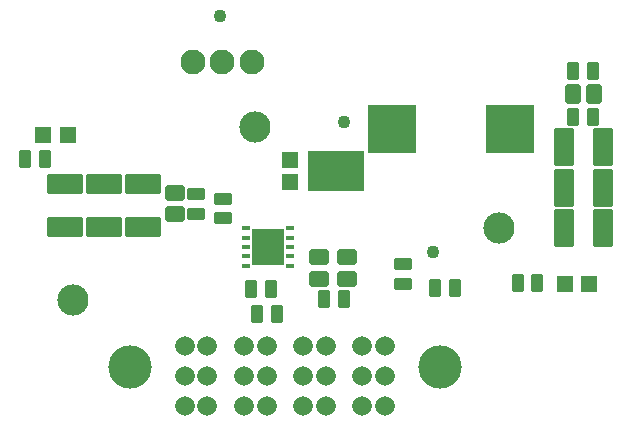
<source format=gts>
G04*
G04 #@! TF.GenerationSoftware,Altium Limited,Altium Designer,24.5.2 (23)*
G04*
G04 Layer_Color=8388736*
%FSLAX25Y25*%
%MOIN*%
G70*
G04*
G04 #@! TF.SameCoordinates,5CCFB9DE-5C0A-4CCD-A088-F0D1A9D58223*
G04*
G04*
G04 #@! TF.FilePolarity,Negative*
G04*
G01*
G75*
%ADD28R,0.05518X0.05518*%
%ADD29R,0.18510X0.13786*%
G04:AMPARAMS|DCode=30|XSize=59.12mil|YSize=39.43mil|CornerRadius=4.66mil|HoleSize=0mil|Usage=FLASHONLY|Rotation=90.000|XOffset=0mil|YOffset=0mil|HoleType=Round|Shape=RoundedRectangle|*
%AMROUNDEDRECTD30*
21,1,0.05912,0.03012,0,0,90.0*
21,1,0.04980,0.03943,0,0,90.0*
1,1,0.00932,0.01506,0.02490*
1,1,0.00932,0.01506,-0.02490*
1,1,0.00932,-0.01506,-0.02490*
1,1,0.00932,-0.01506,0.02490*
%
%ADD30ROUNDEDRECTD30*%
G04:AMPARAMS|DCode=31|XSize=55.18mil|YSize=55.18mil|CornerRadius=7.12mil|HoleSize=0mil|Usage=FLASHONLY|Rotation=180.000|XOffset=0mil|YOffset=0mil|HoleType=Round|Shape=RoundedRectangle|*
%AMROUNDEDRECTD31*
21,1,0.05518,0.04095,0,0,180.0*
21,1,0.04095,0.05518,0,0,180.0*
1,1,0.01424,-0.02047,0.02047*
1,1,0.01424,0.02047,0.02047*
1,1,0.01424,0.02047,-0.02047*
1,1,0.01424,-0.02047,-0.02047*
%
%ADD31ROUNDEDRECTD31*%
G04:AMPARAMS|DCode=32|XSize=66.99mil|YSize=128.02mil|CornerRadius=6.72mil|HoleSize=0mil|Usage=FLASHONLY|Rotation=180.000|XOffset=0mil|YOffset=0mil|HoleType=Round|Shape=RoundedRectangle|*
%AMROUNDEDRECTD32*
21,1,0.06699,0.11457,0,0,180.0*
21,1,0.05354,0.12802,0,0,180.0*
1,1,0.01345,-0.02677,0.05728*
1,1,0.01345,0.02677,0.05728*
1,1,0.01345,0.02677,-0.05728*
1,1,0.01345,-0.02677,-0.05728*
%
%ADD32ROUNDEDRECTD32*%
G04:AMPARAMS|DCode=33|XSize=53.21mil|YSize=66.99mil|CornerRadius=6.92mil|HoleSize=0mil|Usage=FLASHONLY|Rotation=270.000|XOffset=0mil|YOffset=0mil|HoleType=Round|Shape=RoundedRectangle|*
%AMROUNDEDRECTD33*
21,1,0.05321,0.05315,0,0,270.0*
21,1,0.03937,0.06699,0,0,270.0*
1,1,0.01384,-0.02657,-0.01968*
1,1,0.01384,-0.02657,0.01968*
1,1,0.01384,0.02657,0.01968*
1,1,0.01384,0.02657,-0.01968*
%
%ADD33ROUNDEDRECTD33*%
G04:AMPARAMS|DCode=34|XSize=66.99mil|YSize=122.11mil|CornerRadius=6.72mil|HoleSize=0mil|Usage=FLASHONLY|Rotation=270.000|XOffset=0mil|YOffset=0mil|HoleType=Round|Shape=RoundedRectangle|*
%AMROUNDEDRECTD34*
21,1,0.06699,0.10866,0,0,270.0*
21,1,0.05354,0.12211,0,0,270.0*
1,1,0.01345,-0.05433,-0.02677*
1,1,0.01345,-0.05433,0.02677*
1,1,0.01345,0.05433,0.02677*
1,1,0.01345,0.05433,-0.02677*
%
%ADD34ROUNDEDRECTD34*%
G04:AMPARAMS|DCode=35|XSize=59.12mil|YSize=39.43mil|CornerRadius=4.66mil|HoleSize=0mil|Usage=FLASHONLY|Rotation=0.000|XOffset=0mil|YOffset=0mil|HoleType=Round|Shape=RoundedRectangle|*
%AMROUNDEDRECTD35*
21,1,0.05912,0.03012,0,0,0.0*
21,1,0.04980,0.03943,0,0,0.0*
1,1,0.00932,0.02490,-0.01506*
1,1,0.00932,-0.02490,-0.01506*
1,1,0.00932,-0.02490,0.01506*
1,1,0.00932,0.02490,0.01506*
%
%ADD35ROUNDEDRECTD35*%
%ADD36R,0.16148X0.16148*%
%ADD37R,0.02762X0.01581*%
%ADD38R,0.10636X0.12211*%
%ADD39C,0.04337*%
G04:AMPARAMS|DCode=40|XSize=53.21mil|YSize=66.99mil|CornerRadius=6.92mil|HoleSize=0mil|Usage=FLASHONLY|Rotation=180.000|XOffset=0mil|YOffset=0mil|HoleType=Round|Shape=RoundedRectangle|*
%AMROUNDEDRECTD40*
21,1,0.05321,0.05315,0,0,180.0*
21,1,0.03937,0.06699,0,0,180.0*
1,1,0.01384,-0.01968,0.02657*
1,1,0.01384,0.01968,0.02657*
1,1,0.01384,0.01968,-0.02657*
1,1,0.01384,-0.01968,-0.02657*
%
%ADD40ROUNDEDRECTD40*%
%ADD41C,0.14416*%
%ADD42C,0.06542*%
%ADD43C,0.10400*%
%ADD44C,0.08274*%
%ADD45C,0.03200*%
D28*
X116426Y-128976D02*
D03*
Y-121653D02*
D03*
D29*
X131977Y-125315D02*
D03*
D30*
X198948Y-162800D02*
D03*
X192452D02*
D03*
X134411Y-168173D02*
D03*
X127915D02*
D03*
X28252Y-121400D02*
D03*
X34748D02*
D03*
X105652Y-173000D02*
D03*
X112148D02*
D03*
X165000Y-164300D02*
D03*
X171496D02*
D03*
X217448Y-107600D02*
D03*
X210952D02*
D03*
Y-92100D02*
D03*
X217448D02*
D03*
X103552Y-164800D02*
D03*
X110048D02*
D03*
D31*
X216334Y-163100D02*
D03*
X208066D02*
D03*
X42534Y-113500D02*
D03*
X34266D02*
D03*
D32*
X220798Y-144500D02*
D03*
X208002D02*
D03*
X220698Y-131000D02*
D03*
X207902D02*
D03*
X220698Y-117500D02*
D03*
X207902D02*
D03*
D33*
X126153Y-154263D02*
D03*
Y-161311D02*
D03*
X135553Y-154263D02*
D03*
Y-161311D02*
D03*
X78100Y-139724D02*
D03*
Y-132676D02*
D03*
D34*
X41600Y-143987D02*
D03*
Y-129813D02*
D03*
X67600Y-143987D02*
D03*
Y-129813D02*
D03*
X54600Y-143987D02*
D03*
Y-129813D02*
D03*
D35*
X85100Y-133152D02*
D03*
Y-139648D02*
D03*
X94328Y-141189D02*
D03*
Y-134693D02*
D03*
X154200Y-163096D02*
D03*
Y-156600D02*
D03*
D36*
X150430Y-111400D02*
D03*
X189800D02*
D03*
D37*
X116680Y-144501D02*
D03*
X101720D02*
D03*
Y-147650D02*
D03*
Y-150800D02*
D03*
Y-153950D02*
D03*
Y-157099D02*
D03*
X116680Y-147650D02*
D03*
Y-150800D02*
D03*
Y-153950D02*
D03*
Y-157099D02*
D03*
D38*
X109200Y-150800D02*
D03*
D39*
X134600Y-109100D02*
D03*
X164200Y-152300D02*
D03*
X93300Y-73800D02*
D03*
D40*
X217924Y-99900D02*
D03*
X210876D02*
D03*
D41*
X166574Y-190808D02*
D03*
X63109D02*
D03*
D42*
X89015Y-203800D02*
D03*
X81613D02*
D03*
X89015Y-193800D02*
D03*
X81613D02*
D03*
X89015Y-183800D02*
D03*
X81613D02*
D03*
X148070Y-203800D02*
D03*
X140668D02*
D03*
X148070Y-193800D02*
D03*
X140668D02*
D03*
X148070Y-183800D02*
D03*
X140668D02*
D03*
X128385Y-203800D02*
D03*
X120984D02*
D03*
X128385Y-193800D02*
D03*
X120984D02*
D03*
X128385Y-183800D02*
D03*
X120984D02*
D03*
X108700Y-203800D02*
D03*
X101298D02*
D03*
X108700Y-193800D02*
D03*
X101298D02*
D03*
X108700Y-183800D02*
D03*
X101298D02*
D03*
D43*
X44300Y-168500D02*
D03*
X186300Y-144600D02*
D03*
X104700Y-110900D02*
D03*
D44*
X103800Y-89000D02*
D03*
X93958D02*
D03*
X84115D02*
D03*
D45*
X106641Y-146800D02*
D03*
X111531D02*
D03*
X106641Y-150800D02*
D03*
X111531D02*
D03*
X106641Y-154800D02*
D03*
X111531D02*
D03*
M02*

</source>
